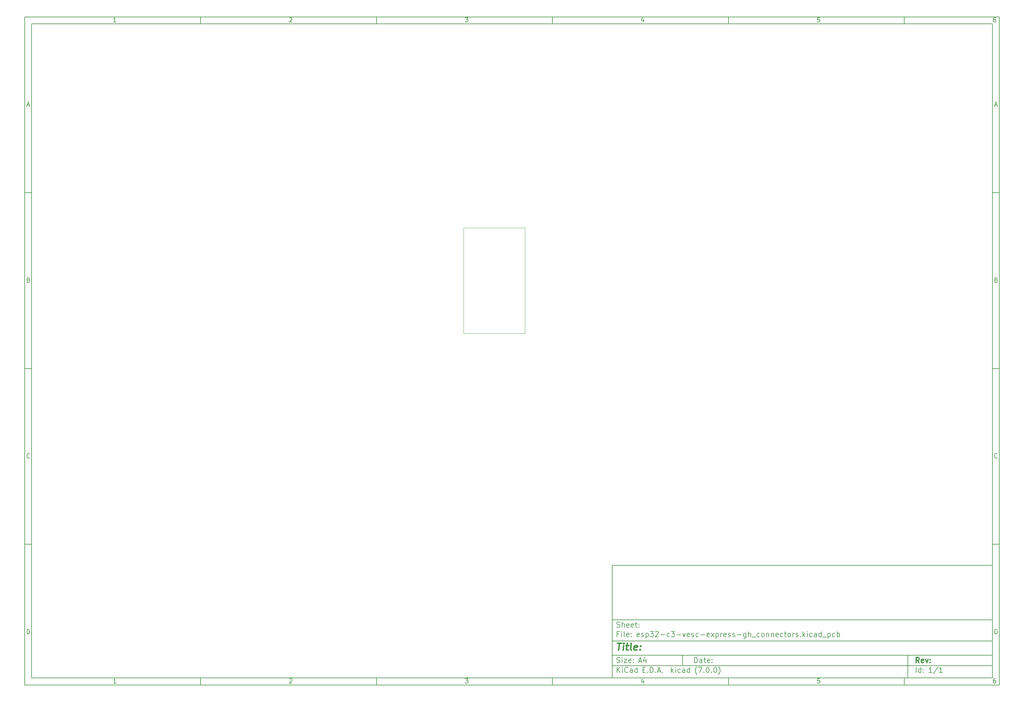
<source format=gbr>
%TF.GenerationSoftware,KiCad,Pcbnew,(7.0.0)*%
%TF.CreationDate,2023-02-27T05:24:14-06:00*%
%TF.ProjectId,esp32-c3-vesc-express-gh_connectors,65737033-322d-4633-932d-766573632d65,rev?*%
%TF.SameCoordinates,Original*%
%TF.FileFunction,Profile,NP*%
%FSLAX46Y46*%
G04 Gerber Fmt 4.6, Leading zero omitted, Abs format (unit mm)*
G04 Created by KiCad (PCBNEW (7.0.0)) date 2023-02-27 05:24:14*
%MOMM*%
%LPD*%
G01*
G04 APERTURE LIST*
%ADD10C,0.100000*%
%ADD11C,0.150000*%
%ADD12C,0.300000*%
%ADD13C,0.400000*%
%TA.AperFunction,Profile*%
%ADD14C,0.100000*%
%TD*%
G04 APERTURE END LIST*
D10*
D11*
X177002200Y-166007200D02*
X285002200Y-166007200D01*
X285002200Y-198007200D01*
X177002200Y-198007200D01*
X177002200Y-166007200D01*
D10*
D11*
X10000000Y-10000000D02*
X287002200Y-10000000D01*
X287002200Y-200007200D01*
X10000000Y-200007200D01*
X10000000Y-10000000D01*
D10*
D11*
X12000000Y-12000000D02*
X285002200Y-12000000D01*
X285002200Y-198007200D01*
X12000000Y-198007200D01*
X12000000Y-12000000D01*
D10*
D11*
X60000000Y-12000000D02*
X60000000Y-10000000D01*
D10*
D11*
X110000000Y-12000000D02*
X110000000Y-10000000D01*
D10*
D11*
X160000000Y-12000000D02*
X160000000Y-10000000D01*
D10*
D11*
X210000000Y-12000000D02*
X210000000Y-10000000D01*
D10*
D11*
X260000000Y-12000000D02*
X260000000Y-10000000D01*
D10*
D11*
X35990476Y-11477595D02*
X35247619Y-11477595D01*
X35619047Y-11477595D02*
X35619047Y-10177595D01*
X35619047Y-10177595D02*
X35495238Y-10363309D01*
X35495238Y-10363309D02*
X35371428Y-10487119D01*
X35371428Y-10487119D02*
X35247619Y-10549023D01*
D10*
D11*
X85247619Y-10301404D02*
X85309523Y-10239500D01*
X85309523Y-10239500D02*
X85433333Y-10177595D01*
X85433333Y-10177595D02*
X85742857Y-10177595D01*
X85742857Y-10177595D02*
X85866666Y-10239500D01*
X85866666Y-10239500D02*
X85928571Y-10301404D01*
X85928571Y-10301404D02*
X85990476Y-10425214D01*
X85990476Y-10425214D02*
X85990476Y-10549023D01*
X85990476Y-10549023D02*
X85928571Y-10734738D01*
X85928571Y-10734738D02*
X85185714Y-11477595D01*
X85185714Y-11477595D02*
X85990476Y-11477595D01*
D10*
D11*
X135185714Y-10177595D02*
X135990476Y-10177595D01*
X135990476Y-10177595D02*
X135557142Y-10672833D01*
X135557142Y-10672833D02*
X135742857Y-10672833D01*
X135742857Y-10672833D02*
X135866666Y-10734738D01*
X135866666Y-10734738D02*
X135928571Y-10796642D01*
X135928571Y-10796642D02*
X135990476Y-10920452D01*
X135990476Y-10920452D02*
X135990476Y-11229976D01*
X135990476Y-11229976D02*
X135928571Y-11353785D01*
X135928571Y-11353785D02*
X135866666Y-11415690D01*
X135866666Y-11415690D02*
X135742857Y-11477595D01*
X135742857Y-11477595D02*
X135371428Y-11477595D01*
X135371428Y-11477595D02*
X135247619Y-11415690D01*
X135247619Y-11415690D02*
X135185714Y-11353785D01*
D10*
D11*
X185866666Y-10610928D02*
X185866666Y-11477595D01*
X185557142Y-10115690D02*
X185247619Y-11044261D01*
X185247619Y-11044261D02*
X186052380Y-11044261D01*
D10*
D11*
X235928571Y-10177595D02*
X235309523Y-10177595D01*
X235309523Y-10177595D02*
X235247619Y-10796642D01*
X235247619Y-10796642D02*
X235309523Y-10734738D01*
X235309523Y-10734738D02*
X235433333Y-10672833D01*
X235433333Y-10672833D02*
X235742857Y-10672833D01*
X235742857Y-10672833D02*
X235866666Y-10734738D01*
X235866666Y-10734738D02*
X235928571Y-10796642D01*
X235928571Y-10796642D02*
X235990476Y-10920452D01*
X235990476Y-10920452D02*
X235990476Y-11229976D01*
X235990476Y-11229976D02*
X235928571Y-11353785D01*
X235928571Y-11353785D02*
X235866666Y-11415690D01*
X235866666Y-11415690D02*
X235742857Y-11477595D01*
X235742857Y-11477595D02*
X235433333Y-11477595D01*
X235433333Y-11477595D02*
X235309523Y-11415690D01*
X235309523Y-11415690D02*
X235247619Y-11353785D01*
D10*
D11*
X285866666Y-10177595D02*
X285619047Y-10177595D01*
X285619047Y-10177595D02*
X285495238Y-10239500D01*
X285495238Y-10239500D02*
X285433333Y-10301404D01*
X285433333Y-10301404D02*
X285309523Y-10487119D01*
X285309523Y-10487119D02*
X285247619Y-10734738D01*
X285247619Y-10734738D02*
X285247619Y-11229976D01*
X285247619Y-11229976D02*
X285309523Y-11353785D01*
X285309523Y-11353785D02*
X285371428Y-11415690D01*
X285371428Y-11415690D02*
X285495238Y-11477595D01*
X285495238Y-11477595D02*
X285742857Y-11477595D01*
X285742857Y-11477595D02*
X285866666Y-11415690D01*
X285866666Y-11415690D02*
X285928571Y-11353785D01*
X285928571Y-11353785D02*
X285990476Y-11229976D01*
X285990476Y-11229976D02*
X285990476Y-10920452D01*
X285990476Y-10920452D02*
X285928571Y-10796642D01*
X285928571Y-10796642D02*
X285866666Y-10734738D01*
X285866666Y-10734738D02*
X285742857Y-10672833D01*
X285742857Y-10672833D02*
X285495238Y-10672833D01*
X285495238Y-10672833D02*
X285371428Y-10734738D01*
X285371428Y-10734738D02*
X285309523Y-10796642D01*
X285309523Y-10796642D02*
X285247619Y-10920452D01*
D10*
D11*
X60000000Y-198007200D02*
X60000000Y-200007200D01*
D10*
D11*
X110000000Y-198007200D02*
X110000000Y-200007200D01*
D10*
D11*
X160000000Y-198007200D02*
X160000000Y-200007200D01*
D10*
D11*
X210000000Y-198007200D02*
X210000000Y-200007200D01*
D10*
D11*
X260000000Y-198007200D02*
X260000000Y-200007200D01*
D10*
D11*
X35990476Y-199484795D02*
X35247619Y-199484795D01*
X35619047Y-199484795D02*
X35619047Y-198184795D01*
X35619047Y-198184795D02*
X35495238Y-198370509D01*
X35495238Y-198370509D02*
X35371428Y-198494319D01*
X35371428Y-198494319D02*
X35247619Y-198556223D01*
D10*
D11*
X85247619Y-198308604D02*
X85309523Y-198246700D01*
X85309523Y-198246700D02*
X85433333Y-198184795D01*
X85433333Y-198184795D02*
X85742857Y-198184795D01*
X85742857Y-198184795D02*
X85866666Y-198246700D01*
X85866666Y-198246700D02*
X85928571Y-198308604D01*
X85928571Y-198308604D02*
X85990476Y-198432414D01*
X85990476Y-198432414D02*
X85990476Y-198556223D01*
X85990476Y-198556223D02*
X85928571Y-198741938D01*
X85928571Y-198741938D02*
X85185714Y-199484795D01*
X85185714Y-199484795D02*
X85990476Y-199484795D01*
D10*
D11*
X135185714Y-198184795D02*
X135990476Y-198184795D01*
X135990476Y-198184795D02*
X135557142Y-198680033D01*
X135557142Y-198680033D02*
X135742857Y-198680033D01*
X135742857Y-198680033D02*
X135866666Y-198741938D01*
X135866666Y-198741938D02*
X135928571Y-198803842D01*
X135928571Y-198803842D02*
X135990476Y-198927652D01*
X135990476Y-198927652D02*
X135990476Y-199237176D01*
X135990476Y-199237176D02*
X135928571Y-199360985D01*
X135928571Y-199360985D02*
X135866666Y-199422890D01*
X135866666Y-199422890D02*
X135742857Y-199484795D01*
X135742857Y-199484795D02*
X135371428Y-199484795D01*
X135371428Y-199484795D02*
X135247619Y-199422890D01*
X135247619Y-199422890D02*
X135185714Y-199360985D01*
D10*
D11*
X185866666Y-198618128D02*
X185866666Y-199484795D01*
X185557142Y-198122890D02*
X185247619Y-199051461D01*
X185247619Y-199051461D02*
X186052380Y-199051461D01*
D10*
D11*
X235928571Y-198184795D02*
X235309523Y-198184795D01*
X235309523Y-198184795D02*
X235247619Y-198803842D01*
X235247619Y-198803842D02*
X235309523Y-198741938D01*
X235309523Y-198741938D02*
X235433333Y-198680033D01*
X235433333Y-198680033D02*
X235742857Y-198680033D01*
X235742857Y-198680033D02*
X235866666Y-198741938D01*
X235866666Y-198741938D02*
X235928571Y-198803842D01*
X235928571Y-198803842D02*
X235990476Y-198927652D01*
X235990476Y-198927652D02*
X235990476Y-199237176D01*
X235990476Y-199237176D02*
X235928571Y-199360985D01*
X235928571Y-199360985D02*
X235866666Y-199422890D01*
X235866666Y-199422890D02*
X235742857Y-199484795D01*
X235742857Y-199484795D02*
X235433333Y-199484795D01*
X235433333Y-199484795D02*
X235309523Y-199422890D01*
X235309523Y-199422890D02*
X235247619Y-199360985D01*
D10*
D11*
X285866666Y-198184795D02*
X285619047Y-198184795D01*
X285619047Y-198184795D02*
X285495238Y-198246700D01*
X285495238Y-198246700D02*
X285433333Y-198308604D01*
X285433333Y-198308604D02*
X285309523Y-198494319D01*
X285309523Y-198494319D02*
X285247619Y-198741938D01*
X285247619Y-198741938D02*
X285247619Y-199237176D01*
X285247619Y-199237176D02*
X285309523Y-199360985D01*
X285309523Y-199360985D02*
X285371428Y-199422890D01*
X285371428Y-199422890D02*
X285495238Y-199484795D01*
X285495238Y-199484795D02*
X285742857Y-199484795D01*
X285742857Y-199484795D02*
X285866666Y-199422890D01*
X285866666Y-199422890D02*
X285928571Y-199360985D01*
X285928571Y-199360985D02*
X285990476Y-199237176D01*
X285990476Y-199237176D02*
X285990476Y-198927652D01*
X285990476Y-198927652D02*
X285928571Y-198803842D01*
X285928571Y-198803842D02*
X285866666Y-198741938D01*
X285866666Y-198741938D02*
X285742857Y-198680033D01*
X285742857Y-198680033D02*
X285495238Y-198680033D01*
X285495238Y-198680033D02*
X285371428Y-198741938D01*
X285371428Y-198741938D02*
X285309523Y-198803842D01*
X285309523Y-198803842D02*
X285247619Y-198927652D01*
D10*
D11*
X10000000Y-60000000D02*
X12000000Y-60000000D01*
D10*
D11*
X10000000Y-110000000D02*
X12000000Y-110000000D01*
D10*
D11*
X10000000Y-160000000D02*
X12000000Y-160000000D01*
D10*
D11*
X10690476Y-35106166D02*
X11309523Y-35106166D01*
X10566666Y-35477595D02*
X10999999Y-34177595D01*
X10999999Y-34177595D02*
X11433333Y-35477595D01*
D10*
D11*
X11092857Y-84796642D02*
X11278571Y-84858547D01*
X11278571Y-84858547D02*
X11340476Y-84920452D01*
X11340476Y-84920452D02*
X11402380Y-85044261D01*
X11402380Y-85044261D02*
X11402380Y-85229976D01*
X11402380Y-85229976D02*
X11340476Y-85353785D01*
X11340476Y-85353785D02*
X11278571Y-85415690D01*
X11278571Y-85415690D02*
X11154761Y-85477595D01*
X11154761Y-85477595D02*
X10659523Y-85477595D01*
X10659523Y-85477595D02*
X10659523Y-84177595D01*
X10659523Y-84177595D02*
X11092857Y-84177595D01*
X11092857Y-84177595D02*
X11216666Y-84239500D01*
X11216666Y-84239500D02*
X11278571Y-84301404D01*
X11278571Y-84301404D02*
X11340476Y-84425214D01*
X11340476Y-84425214D02*
X11340476Y-84549023D01*
X11340476Y-84549023D02*
X11278571Y-84672833D01*
X11278571Y-84672833D02*
X11216666Y-84734738D01*
X11216666Y-84734738D02*
X11092857Y-84796642D01*
X11092857Y-84796642D02*
X10659523Y-84796642D01*
D10*
D11*
X11402380Y-135353785D02*
X11340476Y-135415690D01*
X11340476Y-135415690D02*
X11154761Y-135477595D01*
X11154761Y-135477595D02*
X11030952Y-135477595D01*
X11030952Y-135477595D02*
X10845238Y-135415690D01*
X10845238Y-135415690D02*
X10721428Y-135291880D01*
X10721428Y-135291880D02*
X10659523Y-135168071D01*
X10659523Y-135168071D02*
X10597619Y-134920452D01*
X10597619Y-134920452D02*
X10597619Y-134734738D01*
X10597619Y-134734738D02*
X10659523Y-134487119D01*
X10659523Y-134487119D02*
X10721428Y-134363309D01*
X10721428Y-134363309D02*
X10845238Y-134239500D01*
X10845238Y-134239500D02*
X11030952Y-134177595D01*
X11030952Y-134177595D02*
X11154761Y-134177595D01*
X11154761Y-134177595D02*
X11340476Y-134239500D01*
X11340476Y-134239500D02*
X11402380Y-134301404D01*
D10*
D11*
X10659523Y-185477595D02*
X10659523Y-184177595D01*
X10659523Y-184177595D02*
X10969047Y-184177595D01*
X10969047Y-184177595D02*
X11154761Y-184239500D01*
X11154761Y-184239500D02*
X11278571Y-184363309D01*
X11278571Y-184363309D02*
X11340476Y-184487119D01*
X11340476Y-184487119D02*
X11402380Y-184734738D01*
X11402380Y-184734738D02*
X11402380Y-184920452D01*
X11402380Y-184920452D02*
X11340476Y-185168071D01*
X11340476Y-185168071D02*
X11278571Y-185291880D01*
X11278571Y-185291880D02*
X11154761Y-185415690D01*
X11154761Y-185415690D02*
X10969047Y-185477595D01*
X10969047Y-185477595D02*
X10659523Y-185477595D01*
D10*
D11*
X287002200Y-60000000D02*
X285002200Y-60000000D01*
D10*
D11*
X287002200Y-110000000D02*
X285002200Y-110000000D01*
D10*
D11*
X287002200Y-160000000D02*
X285002200Y-160000000D01*
D10*
D11*
X285692676Y-35106166D02*
X286311723Y-35106166D01*
X285568866Y-35477595D02*
X286002199Y-34177595D01*
X286002199Y-34177595D02*
X286435533Y-35477595D01*
D10*
D11*
X286095057Y-84796642D02*
X286280771Y-84858547D01*
X286280771Y-84858547D02*
X286342676Y-84920452D01*
X286342676Y-84920452D02*
X286404580Y-85044261D01*
X286404580Y-85044261D02*
X286404580Y-85229976D01*
X286404580Y-85229976D02*
X286342676Y-85353785D01*
X286342676Y-85353785D02*
X286280771Y-85415690D01*
X286280771Y-85415690D02*
X286156961Y-85477595D01*
X286156961Y-85477595D02*
X285661723Y-85477595D01*
X285661723Y-85477595D02*
X285661723Y-84177595D01*
X285661723Y-84177595D02*
X286095057Y-84177595D01*
X286095057Y-84177595D02*
X286218866Y-84239500D01*
X286218866Y-84239500D02*
X286280771Y-84301404D01*
X286280771Y-84301404D02*
X286342676Y-84425214D01*
X286342676Y-84425214D02*
X286342676Y-84549023D01*
X286342676Y-84549023D02*
X286280771Y-84672833D01*
X286280771Y-84672833D02*
X286218866Y-84734738D01*
X286218866Y-84734738D02*
X286095057Y-84796642D01*
X286095057Y-84796642D02*
X285661723Y-84796642D01*
D10*
D11*
X286404580Y-135353785D02*
X286342676Y-135415690D01*
X286342676Y-135415690D02*
X286156961Y-135477595D01*
X286156961Y-135477595D02*
X286033152Y-135477595D01*
X286033152Y-135477595D02*
X285847438Y-135415690D01*
X285847438Y-135415690D02*
X285723628Y-135291880D01*
X285723628Y-135291880D02*
X285661723Y-135168071D01*
X285661723Y-135168071D02*
X285599819Y-134920452D01*
X285599819Y-134920452D02*
X285599819Y-134734738D01*
X285599819Y-134734738D02*
X285661723Y-134487119D01*
X285661723Y-134487119D02*
X285723628Y-134363309D01*
X285723628Y-134363309D02*
X285847438Y-134239500D01*
X285847438Y-134239500D02*
X286033152Y-134177595D01*
X286033152Y-134177595D02*
X286156961Y-134177595D01*
X286156961Y-134177595D02*
X286342676Y-134239500D01*
X286342676Y-134239500D02*
X286404580Y-134301404D01*
D10*
D11*
X285661723Y-185477595D02*
X285661723Y-184177595D01*
X285661723Y-184177595D02*
X285971247Y-184177595D01*
X285971247Y-184177595D02*
X286156961Y-184239500D01*
X286156961Y-184239500D02*
X286280771Y-184363309D01*
X286280771Y-184363309D02*
X286342676Y-184487119D01*
X286342676Y-184487119D02*
X286404580Y-184734738D01*
X286404580Y-184734738D02*
X286404580Y-184920452D01*
X286404580Y-184920452D02*
X286342676Y-185168071D01*
X286342676Y-185168071D02*
X286280771Y-185291880D01*
X286280771Y-185291880D02*
X286156961Y-185415690D01*
X286156961Y-185415690D02*
X285971247Y-185477595D01*
X285971247Y-185477595D02*
X285661723Y-185477595D01*
D10*
D11*
X200359342Y-193658271D02*
X200359342Y-192158271D01*
X200359342Y-192158271D02*
X200716485Y-192158271D01*
X200716485Y-192158271D02*
X200930771Y-192229700D01*
X200930771Y-192229700D02*
X201073628Y-192372557D01*
X201073628Y-192372557D02*
X201145057Y-192515414D01*
X201145057Y-192515414D02*
X201216485Y-192801128D01*
X201216485Y-192801128D02*
X201216485Y-193015414D01*
X201216485Y-193015414D02*
X201145057Y-193301128D01*
X201145057Y-193301128D02*
X201073628Y-193443985D01*
X201073628Y-193443985D02*
X200930771Y-193586842D01*
X200930771Y-193586842D02*
X200716485Y-193658271D01*
X200716485Y-193658271D02*
X200359342Y-193658271D01*
X202502200Y-193658271D02*
X202502200Y-192872557D01*
X202502200Y-192872557D02*
X202430771Y-192729700D01*
X202430771Y-192729700D02*
X202287914Y-192658271D01*
X202287914Y-192658271D02*
X202002200Y-192658271D01*
X202002200Y-192658271D02*
X201859342Y-192729700D01*
X202502200Y-193586842D02*
X202359342Y-193658271D01*
X202359342Y-193658271D02*
X202002200Y-193658271D01*
X202002200Y-193658271D02*
X201859342Y-193586842D01*
X201859342Y-193586842D02*
X201787914Y-193443985D01*
X201787914Y-193443985D02*
X201787914Y-193301128D01*
X201787914Y-193301128D02*
X201859342Y-193158271D01*
X201859342Y-193158271D02*
X202002200Y-193086842D01*
X202002200Y-193086842D02*
X202359342Y-193086842D01*
X202359342Y-193086842D02*
X202502200Y-193015414D01*
X203002200Y-192658271D02*
X203573628Y-192658271D01*
X203216485Y-192158271D02*
X203216485Y-193443985D01*
X203216485Y-193443985D02*
X203287914Y-193586842D01*
X203287914Y-193586842D02*
X203430771Y-193658271D01*
X203430771Y-193658271D02*
X203573628Y-193658271D01*
X204645057Y-193586842D02*
X204502200Y-193658271D01*
X204502200Y-193658271D02*
X204216486Y-193658271D01*
X204216486Y-193658271D02*
X204073628Y-193586842D01*
X204073628Y-193586842D02*
X204002200Y-193443985D01*
X204002200Y-193443985D02*
X204002200Y-192872557D01*
X204002200Y-192872557D02*
X204073628Y-192729700D01*
X204073628Y-192729700D02*
X204216486Y-192658271D01*
X204216486Y-192658271D02*
X204502200Y-192658271D01*
X204502200Y-192658271D02*
X204645057Y-192729700D01*
X204645057Y-192729700D02*
X204716486Y-192872557D01*
X204716486Y-192872557D02*
X204716486Y-193015414D01*
X204716486Y-193015414D02*
X204002200Y-193158271D01*
X205359342Y-193515414D02*
X205430771Y-193586842D01*
X205430771Y-193586842D02*
X205359342Y-193658271D01*
X205359342Y-193658271D02*
X205287914Y-193586842D01*
X205287914Y-193586842D02*
X205359342Y-193515414D01*
X205359342Y-193515414D02*
X205359342Y-193658271D01*
X205359342Y-192729700D02*
X205430771Y-192801128D01*
X205430771Y-192801128D02*
X205359342Y-192872557D01*
X205359342Y-192872557D02*
X205287914Y-192801128D01*
X205287914Y-192801128D02*
X205359342Y-192729700D01*
X205359342Y-192729700D02*
X205359342Y-192872557D01*
D10*
D11*
X177002200Y-194507200D02*
X285002200Y-194507200D01*
D10*
D11*
X178359342Y-196458271D02*
X178359342Y-194958271D01*
X179216485Y-196458271D02*
X178573628Y-195601128D01*
X179216485Y-194958271D02*
X178359342Y-195815414D01*
X179859342Y-196458271D02*
X179859342Y-195458271D01*
X179859342Y-194958271D02*
X179787914Y-195029700D01*
X179787914Y-195029700D02*
X179859342Y-195101128D01*
X179859342Y-195101128D02*
X179930771Y-195029700D01*
X179930771Y-195029700D02*
X179859342Y-194958271D01*
X179859342Y-194958271D02*
X179859342Y-195101128D01*
X181430771Y-196315414D02*
X181359343Y-196386842D01*
X181359343Y-196386842D02*
X181145057Y-196458271D01*
X181145057Y-196458271D02*
X181002200Y-196458271D01*
X181002200Y-196458271D02*
X180787914Y-196386842D01*
X180787914Y-196386842D02*
X180645057Y-196243985D01*
X180645057Y-196243985D02*
X180573628Y-196101128D01*
X180573628Y-196101128D02*
X180502200Y-195815414D01*
X180502200Y-195815414D02*
X180502200Y-195601128D01*
X180502200Y-195601128D02*
X180573628Y-195315414D01*
X180573628Y-195315414D02*
X180645057Y-195172557D01*
X180645057Y-195172557D02*
X180787914Y-195029700D01*
X180787914Y-195029700D02*
X181002200Y-194958271D01*
X181002200Y-194958271D02*
X181145057Y-194958271D01*
X181145057Y-194958271D02*
X181359343Y-195029700D01*
X181359343Y-195029700D02*
X181430771Y-195101128D01*
X182716486Y-196458271D02*
X182716486Y-195672557D01*
X182716486Y-195672557D02*
X182645057Y-195529700D01*
X182645057Y-195529700D02*
X182502200Y-195458271D01*
X182502200Y-195458271D02*
X182216486Y-195458271D01*
X182216486Y-195458271D02*
X182073628Y-195529700D01*
X182716486Y-196386842D02*
X182573628Y-196458271D01*
X182573628Y-196458271D02*
X182216486Y-196458271D01*
X182216486Y-196458271D02*
X182073628Y-196386842D01*
X182073628Y-196386842D02*
X182002200Y-196243985D01*
X182002200Y-196243985D02*
X182002200Y-196101128D01*
X182002200Y-196101128D02*
X182073628Y-195958271D01*
X182073628Y-195958271D02*
X182216486Y-195886842D01*
X182216486Y-195886842D02*
X182573628Y-195886842D01*
X182573628Y-195886842D02*
X182716486Y-195815414D01*
X184073629Y-196458271D02*
X184073629Y-194958271D01*
X184073629Y-196386842D02*
X183930771Y-196458271D01*
X183930771Y-196458271D02*
X183645057Y-196458271D01*
X183645057Y-196458271D02*
X183502200Y-196386842D01*
X183502200Y-196386842D02*
X183430771Y-196315414D01*
X183430771Y-196315414D02*
X183359343Y-196172557D01*
X183359343Y-196172557D02*
X183359343Y-195743985D01*
X183359343Y-195743985D02*
X183430771Y-195601128D01*
X183430771Y-195601128D02*
X183502200Y-195529700D01*
X183502200Y-195529700D02*
X183645057Y-195458271D01*
X183645057Y-195458271D02*
X183930771Y-195458271D01*
X183930771Y-195458271D02*
X184073629Y-195529700D01*
X185687914Y-195672557D02*
X186187914Y-195672557D01*
X186402200Y-196458271D02*
X185687914Y-196458271D01*
X185687914Y-196458271D02*
X185687914Y-194958271D01*
X185687914Y-194958271D02*
X186402200Y-194958271D01*
X187045057Y-196315414D02*
X187116486Y-196386842D01*
X187116486Y-196386842D02*
X187045057Y-196458271D01*
X187045057Y-196458271D02*
X186973629Y-196386842D01*
X186973629Y-196386842D02*
X187045057Y-196315414D01*
X187045057Y-196315414D02*
X187045057Y-196458271D01*
X187759343Y-196458271D02*
X187759343Y-194958271D01*
X187759343Y-194958271D02*
X188116486Y-194958271D01*
X188116486Y-194958271D02*
X188330772Y-195029700D01*
X188330772Y-195029700D02*
X188473629Y-195172557D01*
X188473629Y-195172557D02*
X188545058Y-195315414D01*
X188545058Y-195315414D02*
X188616486Y-195601128D01*
X188616486Y-195601128D02*
X188616486Y-195815414D01*
X188616486Y-195815414D02*
X188545058Y-196101128D01*
X188545058Y-196101128D02*
X188473629Y-196243985D01*
X188473629Y-196243985D02*
X188330772Y-196386842D01*
X188330772Y-196386842D02*
X188116486Y-196458271D01*
X188116486Y-196458271D02*
X187759343Y-196458271D01*
X189259343Y-196315414D02*
X189330772Y-196386842D01*
X189330772Y-196386842D02*
X189259343Y-196458271D01*
X189259343Y-196458271D02*
X189187915Y-196386842D01*
X189187915Y-196386842D02*
X189259343Y-196315414D01*
X189259343Y-196315414D02*
X189259343Y-196458271D01*
X189902201Y-196029700D02*
X190616487Y-196029700D01*
X189759344Y-196458271D02*
X190259344Y-194958271D01*
X190259344Y-194958271D02*
X190759344Y-196458271D01*
X191259343Y-196315414D02*
X191330772Y-196386842D01*
X191330772Y-196386842D02*
X191259343Y-196458271D01*
X191259343Y-196458271D02*
X191187915Y-196386842D01*
X191187915Y-196386842D02*
X191259343Y-196315414D01*
X191259343Y-196315414D02*
X191259343Y-196458271D01*
X193773629Y-196458271D02*
X193773629Y-194958271D01*
X193916487Y-195886842D02*
X194345058Y-196458271D01*
X194345058Y-195458271D02*
X193773629Y-196029700D01*
X194987915Y-196458271D02*
X194987915Y-195458271D01*
X194987915Y-194958271D02*
X194916487Y-195029700D01*
X194916487Y-195029700D02*
X194987915Y-195101128D01*
X194987915Y-195101128D02*
X195059344Y-195029700D01*
X195059344Y-195029700D02*
X194987915Y-194958271D01*
X194987915Y-194958271D02*
X194987915Y-195101128D01*
X196345059Y-196386842D02*
X196202201Y-196458271D01*
X196202201Y-196458271D02*
X195916487Y-196458271D01*
X195916487Y-196458271D02*
X195773630Y-196386842D01*
X195773630Y-196386842D02*
X195702201Y-196315414D01*
X195702201Y-196315414D02*
X195630773Y-196172557D01*
X195630773Y-196172557D02*
X195630773Y-195743985D01*
X195630773Y-195743985D02*
X195702201Y-195601128D01*
X195702201Y-195601128D02*
X195773630Y-195529700D01*
X195773630Y-195529700D02*
X195916487Y-195458271D01*
X195916487Y-195458271D02*
X196202201Y-195458271D01*
X196202201Y-195458271D02*
X196345059Y-195529700D01*
X197630773Y-196458271D02*
X197630773Y-195672557D01*
X197630773Y-195672557D02*
X197559344Y-195529700D01*
X197559344Y-195529700D02*
X197416487Y-195458271D01*
X197416487Y-195458271D02*
X197130773Y-195458271D01*
X197130773Y-195458271D02*
X196987915Y-195529700D01*
X197630773Y-196386842D02*
X197487915Y-196458271D01*
X197487915Y-196458271D02*
X197130773Y-196458271D01*
X197130773Y-196458271D02*
X196987915Y-196386842D01*
X196987915Y-196386842D02*
X196916487Y-196243985D01*
X196916487Y-196243985D02*
X196916487Y-196101128D01*
X196916487Y-196101128D02*
X196987915Y-195958271D01*
X196987915Y-195958271D02*
X197130773Y-195886842D01*
X197130773Y-195886842D02*
X197487915Y-195886842D01*
X197487915Y-195886842D02*
X197630773Y-195815414D01*
X198987916Y-196458271D02*
X198987916Y-194958271D01*
X198987916Y-196386842D02*
X198845058Y-196458271D01*
X198845058Y-196458271D02*
X198559344Y-196458271D01*
X198559344Y-196458271D02*
X198416487Y-196386842D01*
X198416487Y-196386842D02*
X198345058Y-196315414D01*
X198345058Y-196315414D02*
X198273630Y-196172557D01*
X198273630Y-196172557D02*
X198273630Y-195743985D01*
X198273630Y-195743985D02*
X198345058Y-195601128D01*
X198345058Y-195601128D02*
X198416487Y-195529700D01*
X198416487Y-195529700D02*
X198559344Y-195458271D01*
X198559344Y-195458271D02*
X198845058Y-195458271D01*
X198845058Y-195458271D02*
X198987916Y-195529700D01*
X201030773Y-197029700D02*
X200959344Y-196958271D01*
X200959344Y-196958271D02*
X200816487Y-196743985D01*
X200816487Y-196743985D02*
X200745059Y-196601128D01*
X200745059Y-196601128D02*
X200673630Y-196386842D01*
X200673630Y-196386842D02*
X200602201Y-196029700D01*
X200602201Y-196029700D02*
X200602201Y-195743985D01*
X200602201Y-195743985D02*
X200673630Y-195386842D01*
X200673630Y-195386842D02*
X200745059Y-195172557D01*
X200745059Y-195172557D02*
X200816487Y-195029700D01*
X200816487Y-195029700D02*
X200959344Y-194815414D01*
X200959344Y-194815414D02*
X201030773Y-194743985D01*
X201459344Y-194958271D02*
X202459344Y-194958271D01*
X202459344Y-194958271D02*
X201816487Y-196458271D01*
X203030772Y-196315414D02*
X203102201Y-196386842D01*
X203102201Y-196386842D02*
X203030772Y-196458271D01*
X203030772Y-196458271D02*
X202959344Y-196386842D01*
X202959344Y-196386842D02*
X203030772Y-196315414D01*
X203030772Y-196315414D02*
X203030772Y-196458271D01*
X204030773Y-194958271D02*
X204173630Y-194958271D01*
X204173630Y-194958271D02*
X204316487Y-195029700D01*
X204316487Y-195029700D02*
X204387916Y-195101128D01*
X204387916Y-195101128D02*
X204459344Y-195243985D01*
X204459344Y-195243985D02*
X204530773Y-195529700D01*
X204530773Y-195529700D02*
X204530773Y-195886842D01*
X204530773Y-195886842D02*
X204459344Y-196172557D01*
X204459344Y-196172557D02*
X204387916Y-196315414D01*
X204387916Y-196315414D02*
X204316487Y-196386842D01*
X204316487Y-196386842D02*
X204173630Y-196458271D01*
X204173630Y-196458271D02*
X204030773Y-196458271D01*
X204030773Y-196458271D02*
X203887916Y-196386842D01*
X203887916Y-196386842D02*
X203816487Y-196315414D01*
X203816487Y-196315414D02*
X203745058Y-196172557D01*
X203745058Y-196172557D02*
X203673630Y-195886842D01*
X203673630Y-195886842D02*
X203673630Y-195529700D01*
X203673630Y-195529700D02*
X203745058Y-195243985D01*
X203745058Y-195243985D02*
X203816487Y-195101128D01*
X203816487Y-195101128D02*
X203887916Y-195029700D01*
X203887916Y-195029700D02*
X204030773Y-194958271D01*
X205173629Y-196315414D02*
X205245058Y-196386842D01*
X205245058Y-196386842D02*
X205173629Y-196458271D01*
X205173629Y-196458271D02*
X205102201Y-196386842D01*
X205102201Y-196386842D02*
X205173629Y-196315414D01*
X205173629Y-196315414D02*
X205173629Y-196458271D01*
X206173630Y-194958271D02*
X206316487Y-194958271D01*
X206316487Y-194958271D02*
X206459344Y-195029700D01*
X206459344Y-195029700D02*
X206530773Y-195101128D01*
X206530773Y-195101128D02*
X206602201Y-195243985D01*
X206602201Y-195243985D02*
X206673630Y-195529700D01*
X206673630Y-195529700D02*
X206673630Y-195886842D01*
X206673630Y-195886842D02*
X206602201Y-196172557D01*
X206602201Y-196172557D02*
X206530773Y-196315414D01*
X206530773Y-196315414D02*
X206459344Y-196386842D01*
X206459344Y-196386842D02*
X206316487Y-196458271D01*
X206316487Y-196458271D02*
X206173630Y-196458271D01*
X206173630Y-196458271D02*
X206030773Y-196386842D01*
X206030773Y-196386842D02*
X205959344Y-196315414D01*
X205959344Y-196315414D02*
X205887915Y-196172557D01*
X205887915Y-196172557D02*
X205816487Y-195886842D01*
X205816487Y-195886842D02*
X205816487Y-195529700D01*
X205816487Y-195529700D02*
X205887915Y-195243985D01*
X205887915Y-195243985D02*
X205959344Y-195101128D01*
X205959344Y-195101128D02*
X206030773Y-195029700D01*
X206030773Y-195029700D02*
X206173630Y-194958271D01*
X207173629Y-197029700D02*
X207245058Y-196958271D01*
X207245058Y-196958271D02*
X207387915Y-196743985D01*
X207387915Y-196743985D02*
X207459344Y-196601128D01*
X207459344Y-196601128D02*
X207530772Y-196386842D01*
X207530772Y-196386842D02*
X207602201Y-196029700D01*
X207602201Y-196029700D02*
X207602201Y-195743985D01*
X207602201Y-195743985D02*
X207530772Y-195386842D01*
X207530772Y-195386842D02*
X207459344Y-195172557D01*
X207459344Y-195172557D02*
X207387915Y-195029700D01*
X207387915Y-195029700D02*
X207245058Y-194815414D01*
X207245058Y-194815414D02*
X207173629Y-194743985D01*
D10*
D11*
X177002200Y-191507200D02*
X285002200Y-191507200D01*
D10*
D12*
X264216485Y-193658271D02*
X263716485Y-192943985D01*
X263359342Y-193658271D02*
X263359342Y-192158271D01*
X263359342Y-192158271D02*
X263930771Y-192158271D01*
X263930771Y-192158271D02*
X264073628Y-192229700D01*
X264073628Y-192229700D02*
X264145057Y-192301128D01*
X264145057Y-192301128D02*
X264216485Y-192443985D01*
X264216485Y-192443985D02*
X264216485Y-192658271D01*
X264216485Y-192658271D02*
X264145057Y-192801128D01*
X264145057Y-192801128D02*
X264073628Y-192872557D01*
X264073628Y-192872557D02*
X263930771Y-192943985D01*
X263930771Y-192943985D02*
X263359342Y-192943985D01*
X265430771Y-193586842D02*
X265287914Y-193658271D01*
X265287914Y-193658271D02*
X265002200Y-193658271D01*
X265002200Y-193658271D02*
X264859342Y-193586842D01*
X264859342Y-193586842D02*
X264787914Y-193443985D01*
X264787914Y-193443985D02*
X264787914Y-192872557D01*
X264787914Y-192872557D02*
X264859342Y-192729700D01*
X264859342Y-192729700D02*
X265002200Y-192658271D01*
X265002200Y-192658271D02*
X265287914Y-192658271D01*
X265287914Y-192658271D02*
X265430771Y-192729700D01*
X265430771Y-192729700D02*
X265502200Y-192872557D01*
X265502200Y-192872557D02*
X265502200Y-193015414D01*
X265502200Y-193015414D02*
X264787914Y-193158271D01*
X266002199Y-192658271D02*
X266359342Y-193658271D01*
X266359342Y-193658271D02*
X266716485Y-192658271D01*
X267287913Y-193515414D02*
X267359342Y-193586842D01*
X267359342Y-193586842D02*
X267287913Y-193658271D01*
X267287913Y-193658271D02*
X267216485Y-193586842D01*
X267216485Y-193586842D02*
X267287913Y-193515414D01*
X267287913Y-193515414D02*
X267287913Y-193658271D01*
X267287913Y-192729700D02*
X267359342Y-192801128D01*
X267359342Y-192801128D02*
X267287913Y-192872557D01*
X267287913Y-192872557D02*
X267216485Y-192801128D01*
X267216485Y-192801128D02*
X267287913Y-192729700D01*
X267287913Y-192729700D02*
X267287913Y-192872557D01*
D10*
D11*
X178287914Y-193586842D02*
X178502200Y-193658271D01*
X178502200Y-193658271D02*
X178859342Y-193658271D01*
X178859342Y-193658271D02*
X179002200Y-193586842D01*
X179002200Y-193586842D02*
X179073628Y-193515414D01*
X179073628Y-193515414D02*
X179145057Y-193372557D01*
X179145057Y-193372557D02*
X179145057Y-193229700D01*
X179145057Y-193229700D02*
X179073628Y-193086842D01*
X179073628Y-193086842D02*
X179002200Y-193015414D01*
X179002200Y-193015414D02*
X178859342Y-192943985D01*
X178859342Y-192943985D02*
X178573628Y-192872557D01*
X178573628Y-192872557D02*
X178430771Y-192801128D01*
X178430771Y-192801128D02*
X178359342Y-192729700D01*
X178359342Y-192729700D02*
X178287914Y-192586842D01*
X178287914Y-192586842D02*
X178287914Y-192443985D01*
X178287914Y-192443985D02*
X178359342Y-192301128D01*
X178359342Y-192301128D02*
X178430771Y-192229700D01*
X178430771Y-192229700D02*
X178573628Y-192158271D01*
X178573628Y-192158271D02*
X178930771Y-192158271D01*
X178930771Y-192158271D02*
X179145057Y-192229700D01*
X179787913Y-193658271D02*
X179787913Y-192658271D01*
X179787913Y-192158271D02*
X179716485Y-192229700D01*
X179716485Y-192229700D02*
X179787913Y-192301128D01*
X179787913Y-192301128D02*
X179859342Y-192229700D01*
X179859342Y-192229700D02*
X179787913Y-192158271D01*
X179787913Y-192158271D02*
X179787913Y-192301128D01*
X180359342Y-192658271D02*
X181145057Y-192658271D01*
X181145057Y-192658271D02*
X180359342Y-193658271D01*
X180359342Y-193658271D02*
X181145057Y-193658271D01*
X182287914Y-193586842D02*
X182145057Y-193658271D01*
X182145057Y-193658271D02*
X181859343Y-193658271D01*
X181859343Y-193658271D02*
X181716485Y-193586842D01*
X181716485Y-193586842D02*
X181645057Y-193443985D01*
X181645057Y-193443985D02*
X181645057Y-192872557D01*
X181645057Y-192872557D02*
X181716485Y-192729700D01*
X181716485Y-192729700D02*
X181859343Y-192658271D01*
X181859343Y-192658271D02*
X182145057Y-192658271D01*
X182145057Y-192658271D02*
X182287914Y-192729700D01*
X182287914Y-192729700D02*
X182359343Y-192872557D01*
X182359343Y-192872557D02*
X182359343Y-193015414D01*
X182359343Y-193015414D02*
X181645057Y-193158271D01*
X183002199Y-193515414D02*
X183073628Y-193586842D01*
X183073628Y-193586842D02*
X183002199Y-193658271D01*
X183002199Y-193658271D02*
X182930771Y-193586842D01*
X182930771Y-193586842D02*
X183002199Y-193515414D01*
X183002199Y-193515414D02*
X183002199Y-193658271D01*
X183002199Y-192729700D02*
X183073628Y-192801128D01*
X183073628Y-192801128D02*
X183002199Y-192872557D01*
X183002199Y-192872557D02*
X182930771Y-192801128D01*
X182930771Y-192801128D02*
X183002199Y-192729700D01*
X183002199Y-192729700D02*
X183002199Y-192872557D01*
X184545057Y-193229700D02*
X185259343Y-193229700D01*
X184402200Y-193658271D02*
X184902200Y-192158271D01*
X184902200Y-192158271D02*
X185402200Y-193658271D01*
X186545057Y-192658271D02*
X186545057Y-193658271D01*
X186187914Y-192086842D02*
X185830771Y-193158271D01*
X185830771Y-193158271D02*
X186759342Y-193158271D01*
D10*
D11*
X263359342Y-196458271D02*
X263359342Y-194958271D01*
X264716486Y-196458271D02*
X264716486Y-194958271D01*
X264716486Y-196386842D02*
X264573628Y-196458271D01*
X264573628Y-196458271D02*
X264287914Y-196458271D01*
X264287914Y-196458271D02*
X264145057Y-196386842D01*
X264145057Y-196386842D02*
X264073628Y-196315414D01*
X264073628Y-196315414D02*
X264002200Y-196172557D01*
X264002200Y-196172557D02*
X264002200Y-195743985D01*
X264002200Y-195743985D02*
X264073628Y-195601128D01*
X264073628Y-195601128D02*
X264145057Y-195529700D01*
X264145057Y-195529700D02*
X264287914Y-195458271D01*
X264287914Y-195458271D02*
X264573628Y-195458271D01*
X264573628Y-195458271D02*
X264716486Y-195529700D01*
X265430771Y-196315414D02*
X265502200Y-196386842D01*
X265502200Y-196386842D02*
X265430771Y-196458271D01*
X265430771Y-196458271D02*
X265359343Y-196386842D01*
X265359343Y-196386842D02*
X265430771Y-196315414D01*
X265430771Y-196315414D02*
X265430771Y-196458271D01*
X265430771Y-195529700D02*
X265502200Y-195601128D01*
X265502200Y-195601128D02*
X265430771Y-195672557D01*
X265430771Y-195672557D02*
X265359343Y-195601128D01*
X265359343Y-195601128D02*
X265430771Y-195529700D01*
X265430771Y-195529700D02*
X265430771Y-195672557D01*
X267830772Y-196458271D02*
X266973629Y-196458271D01*
X267402200Y-196458271D02*
X267402200Y-194958271D01*
X267402200Y-194958271D02*
X267259343Y-195172557D01*
X267259343Y-195172557D02*
X267116486Y-195315414D01*
X267116486Y-195315414D02*
X266973629Y-195386842D01*
X269545057Y-194886842D02*
X268259343Y-196815414D01*
X270830772Y-196458271D02*
X269973629Y-196458271D01*
X270402200Y-196458271D02*
X270402200Y-194958271D01*
X270402200Y-194958271D02*
X270259343Y-195172557D01*
X270259343Y-195172557D02*
X270116486Y-195315414D01*
X270116486Y-195315414D02*
X269973629Y-195386842D01*
D10*
D11*
X177002200Y-187507200D02*
X285002200Y-187507200D01*
D10*
D13*
X178454580Y-188041961D02*
X179597438Y-188041961D01*
X178776009Y-190041961D02*
X179026009Y-188041961D01*
X180014105Y-190041961D02*
X180180771Y-188708628D01*
X180264105Y-188041961D02*
X180156962Y-188137200D01*
X180156962Y-188137200D02*
X180240295Y-188232438D01*
X180240295Y-188232438D02*
X180347438Y-188137200D01*
X180347438Y-188137200D02*
X180264105Y-188041961D01*
X180264105Y-188041961D02*
X180240295Y-188232438D01*
X180847438Y-188708628D02*
X181609343Y-188708628D01*
X181216486Y-188041961D02*
X181002200Y-189756247D01*
X181002200Y-189756247D02*
X181073629Y-189946723D01*
X181073629Y-189946723D02*
X181252200Y-190041961D01*
X181252200Y-190041961D02*
X181442676Y-190041961D01*
X182395057Y-190041961D02*
X182216486Y-189946723D01*
X182216486Y-189946723D02*
X182145057Y-189756247D01*
X182145057Y-189756247D02*
X182359343Y-188041961D01*
X183930771Y-189946723D02*
X183728390Y-190041961D01*
X183728390Y-190041961D02*
X183347438Y-190041961D01*
X183347438Y-190041961D02*
X183168867Y-189946723D01*
X183168867Y-189946723D02*
X183097438Y-189756247D01*
X183097438Y-189756247D02*
X183192676Y-188994342D01*
X183192676Y-188994342D02*
X183311724Y-188803866D01*
X183311724Y-188803866D02*
X183514105Y-188708628D01*
X183514105Y-188708628D02*
X183895057Y-188708628D01*
X183895057Y-188708628D02*
X184073628Y-188803866D01*
X184073628Y-188803866D02*
X184145057Y-188994342D01*
X184145057Y-188994342D02*
X184121247Y-189184819D01*
X184121247Y-189184819D02*
X183145057Y-189375295D01*
X184895057Y-189851485D02*
X184978391Y-189946723D01*
X184978391Y-189946723D02*
X184871248Y-190041961D01*
X184871248Y-190041961D02*
X184787914Y-189946723D01*
X184787914Y-189946723D02*
X184895057Y-189851485D01*
X184895057Y-189851485D02*
X184871248Y-190041961D01*
X185026010Y-188803866D02*
X185109343Y-188899104D01*
X185109343Y-188899104D02*
X185002200Y-188994342D01*
X185002200Y-188994342D02*
X184918867Y-188899104D01*
X184918867Y-188899104D02*
X185026010Y-188803866D01*
X185026010Y-188803866D02*
X185002200Y-188994342D01*
D10*
D11*
X178859342Y-185472557D02*
X178359342Y-185472557D01*
X178359342Y-186258271D02*
X178359342Y-184758271D01*
X178359342Y-184758271D02*
X179073628Y-184758271D01*
X179645056Y-186258271D02*
X179645056Y-185258271D01*
X179645056Y-184758271D02*
X179573628Y-184829700D01*
X179573628Y-184829700D02*
X179645056Y-184901128D01*
X179645056Y-184901128D02*
X179716485Y-184829700D01*
X179716485Y-184829700D02*
X179645056Y-184758271D01*
X179645056Y-184758271D02*
X179645056Y-184901128D01*
X180573628Y-186258271D02*
X180430771Y-186186842D01*
X180430771Y-186186842D02*
X180359342Y-186043985D01*
X180359342Y-186043985D02*
X180359342Y-184758271D01*
X181716485Y-186186842D02*
X181573628Y-186258271D01*
X181573628Y-186258271D02*
X181287914Y-186258271D01*
X181287914Y-186258271D02*
X181145056Y-186186842D01*
X181145056Y-186186842D02*
X181073628Y-186043985D01*
X181073628Y-186043985D02*
X181073628Y-185472557D01*
X181073628Y-185472557D02*
X181145056Y-185329700D01*
X181145056Y-185329700D02*
X181287914Y-185258271D01*
X181287914Y-185258271D02*
X181573628Y-185258271D01*
X181573628Y-185258271D02*
X181716485Y-185329700D01*
X181716485Y-185329700D02*
X181787914Y-185472557D01*
X181787914Y-185472557D02*
X181787914Y-185615414D01*
X181787914Y-185615414D02*
X181073628Y-185758271D01*
X182430770Y-186115414D02*
X182502199Y-186186842D01*
X182502199Y-186186842D02*
X182430770Y-186258271D01*
X182430770Y-186258271D02*
X182359342Y-186186842D01*
X182359342Y-186186842D02*
X182430770Y-186115414D01*
X182430770Y-186115414D02*
X182430770Y-186258271D01*
X182430770Y-185329700D02*
X182502199Y-185401128D01*
X182502199Y-185401128D02*
X182430770Y-185472557D01*
X182430770Y-185472557D02*
X182359342Y-185401128D01*
X182359342Y-185401128D02*
X182430770Y-185329700D01*
X182430770Y-185329700D02*
X182430770Y-185472557D01*
X184616485Y-186186842D02*
X184473628Y-186258271D01*
X184473628Y-186258271D02*
X184187914Y-186258271D01*
X184187914Y-186258271D02*
X184045056Y-186186842D01*
X184045056Y-186186842D02*
X183973628Y-186043985D01*
X183973628Y-186043985D02*
X183973628Y-185472557D01*
X183973628Y-185472557D02*
X184045056Y-185329700D01*
X184045056Y-185329700D02*
X184187914Y-185258271D01*
X184187914Y-185258271D02*
X184473628Y-185258271D01*
X184473628Y-185258271D02*
X184616485Y-185329700D01*
X184616485Y-185329700D02*
X184687914Y-185472557D01*
X184687914Y-185472557D02*
X184687914Y-185615414D01*
X184687914Y-185615414D02*
X183973628Y-185758271D01*
X185259342Y-186186842D02*
X185402199Y-186258271D01*
X185402199Y-186258271D02*
X185687913Y-186258271D01*
X185687913Y-186258271D02*
X185830770Y-186186842D01*
X185830770Y-186186842D02*
X185902199Y-186043985D01*
X185902199Y-186043985D02*
X185902199Y-185972557D01*
X185902199Y-185972557D02*
X185830770Y-185829700D01*
X185830770Y-185829700D02*
X185687913Y-185758271D01*
X185687913Y-185758271D02*
X185473628Y-185758271D01*
X185473628Y-185758271D02*
X185330770Y-185686842D01*
X185330770Y-185686842D02*
X185259342Y-185543985D01*
X185259342Y-185543985D02*
X185259342Y-185472557D01*
X185259342Y-185472557D02*
X185330770Y-185329700D01*
X185330770Y-185329700D02*
X185473628Y-185258271D01*
X185473628Y-185258271D02*
X185687913Y-185258271D01*
X185687913Y-185258271D02*
X185830770Y-185329700D01*
X186545056Y-185258271D02*
X186545056Y-186758271D01*
X186545056Y-185329700D02*
X186687914Y-185258271D01*
X186687914Y-185258271D02*
X186973628Y-185258271D01*
X186973628Y-185258271D02*
X187116485Y-185329700D01*
X187116485Y-185329700D02*
X187187914Y-185401128D01*
X187187914Y-185401128D02*
X187259342Y-185543985D01*
X187259342Y-185543985D02*
X187259342Y-185972557D01*
X187259342Y-185972557D02*
X187187914Y-186115414D01*
X187187914Y-186115414D02*
X187116485Y-186186842D01*
X187116485Y-186186842D02*
X186973628Y-186258271D01*
X186973628Y-186258271D02*
X186687914Y-186258271D01*
X186687914Y-186258271D02*
X186545056Y-186186842D01*
X187759342Y-184758271D02*
X188687914Y-184758271D01*
X188687914Y-184758271D02*
X188187914Y-185329700D01*
X188187914Y-185329700D02*
X188402199Y-185329700D01*
X188402199Y-185329700D02*
X188545057Y-185401128D01*
X188545057Y-185401128D02*
X188616485Y-185472557D01*
X188616485Y-185472557D02*
X188687914Y-185615414D01*
X188687914Y-185615414D02*
X188687914Y-185972557D01*
X188687914Y-185972557D02*
X188616485Y-186115414D01*
X188616485Y-186115414D02*
X188545057Y-186186842D01*
X188545057Y-186186842D02*
X188402199Y-186258271D01*
X188402199Y-186258271D02*
X187973628Y-186258271D01*
X187973628Y-186258271D02*
X187830771Y-186186842D01*
X187830771Y-186186842D02*
X187759342Y-186115414D01*
X189259342Y-184901128D02*
X189330770Y-184829700D01*
X189330770Y-184829700D02*
X189473628Y-184758271D01*
X189473628Y-184758271D02*
X189830770Y-184758271D01*
X189830770Y-184758271D02*
X189973628Y-184829700D01*
X189973628Y-184829700D02*
X190045056Y-184901128D01*
X190045056Y-184901128D02*
X190116485Y-185043985D01*
X190116485Y-185043985D02*
X190116485Y-185186842D01*
X190116485Y-185186842D02*
X190045056Y-185401128D01*
X190045056Y-185401128D02*
X189187913Y-186258271D01*
X189187913Y-186258271D02*
X190116485Y-186258271D01*
X190759341Y-185686842D02*
X191902199Y-185686842D01*
X193259342Y-186186842D02*
X193116484Y-186258271D01*
X193116484Y-186258271D02*
X192830770Y-186258271D01*
X192830770Y-186258271D02*
X192687913Y-186186842D01*
X192687913Y-186186842D02*
X192616484Y-186115414D01*
X192616484Y-186115414D02*
X192545056Y-185972557D01*
X192545056Y-185972557D02*
X192545056Y-185543985D01*
X192545056Y-185543985D02*
X192616484Y-185401128D01*
X192616484Y-185401128D02*
X192687913Y-185329700D01*
X192687913Y-185329700D02*
X192830770Y-185258271D01*
X192830770Y-185258271D02*
X193116484Y-185258271D01*
X193116484Y-185258271D02*
X193259342Y-185329700D01*
X193759341Y-184758271D02*
X194687913Y-184758271D01*
X194687913Y-184758271D02*
X194187913Y-185329700D01*
X194187913Y-185329700D02*
X194402198Y-185329700D01*
X194402198Y-185329700D02*
X194545056Y-185401128D01*
X194545056Y-185401128D02*
X194616484Y-185472557D01*
X194616484Y-185472557D02*
X194687913Y-185615414D01*
X194687913Y-185615414D02*
X194687913Y-185972557D01*
X194687913Y-185972557D02*
X194616484Y-186115414D01*
X194616484Y-186115414D02*
X194545056Y-186186842D01*
X194545056Y-186186842D02*
X194402198Y-186258271D01*
X194402198Y-186258271D02*
X193973627Y-186258271D01*
X193973627Y-186258271D02*
X193830770Y-186186842D01*
X193830770Y-186186842D02*
X193759341Y-186115414D01*
X195330769Y-185686842D02*
X196473627Y-185686842D01*
X197045055Y-185258271D02*
X197402198Y-186258271D01*
X197402198Y-186258271D02*
X197759341Y-185258271D01*
X198902198Y-186186842D02*
X198759341Y-186258271D01*
X198759341Y-186258271D02*
X198473627Y-186258271D01*
X198473627Y-186258271D02*
X198330769Y-186186842D01*
X198330769Y-186186842D02*
X198259341Y-186043985D01*
X198259341Y-186043985D02*
X198259341Y-185472557D01*
X198259341Y-185472557D02*
X198330769Y-185329700D01*
X198330769Y-185329700D02*
X198473627Y-185258271D01*
X198473627Y-185258271D02*
X198759341Y-185258271D01*
X198759341Y-185258271D02*
X198902198Y-185329700D01*
X198902198Y-185329700D02*
X198973627Y-185472557D01*
X198973627Y-185472557D02*
X198973627Y-185615414D01*
X198973627Y-185615414D02*
X198259341Y-185758271D01*
X199545055Y-186186842D02*
X199687912Y-186258271D01*
X199687912Y-186258271D02*
X199973626Y-186258271D01*
X199973626Y-186258271D02*
X200116483Y-186186842D01*
X200116483Y-186186842D02*
X200187912Y-186043985D01*
X200187912Y-186043985D02*
X200187912Y-185972557D01*
X200187912Y-185972557D02*
X200116483Y-185829700D01*
X200116483Y-185829700D02*
X199973626Y-185758271D01*
X199973626Y-185758271D02*
X199759341Y-185758271D01*
X199759341Y-185758271D02*
X199616483Y-185686842D01*
X199616483Y-185686842D02*
X199545055Y-185543985D01*
X199545055Y-185543985D02*
X199545055Y-185472557D01*
X199545055Y-185472557D02*
X199616483Y-185329700D01*
X199616483Y-185329700D02*
X199759341Y-185258271D01*
X199759341Y-185258271D02*
X199973626Y-185258271D01*
X199973626Y-185258271D02*
X200116483Y-185329700D01*
X201473627Y-186186842D02*
X201330769Y-186258271D01*
X201330769Y-186258271D02*
X201045055Y-186258271D01*
X201045055Y-186258271D02*
X200902198Y-186186842D01*
X200902198Y-186186842D02*
X200830769Y-186115414D01*
X200830769Y-186115414D02*
X200759341Y-185972557D01*
X200759341Y-185972557D02*
X200759341Y-185543985D01*
X200759341Y-185543985D02*
X200830769Y-185401128D01*
X200830769Y-185401128D02*
X200902198Y-185329700D01*
X200902198Y-185329700D02*
X201045055Y-185258271D01*
X201045055Y-185258271D02*
X201330769Y-185258271D01*
X201330769Y-185258271D02*
X201473627Y-185329700D01*
X202116483Y-185686842D02*
X203259341Y-185686842D01*
X204545055Y-186186842D02*
X204402198Y-186258271D01*
X204402198Y-186258271D02*
X204116484Y-186258271D01*
X204116484Y-186258271D02*
X203973626Y-186186842D01*
X203973626Y-186186842D02*
X203902198Y-186043985D01*
X203902198Y-186043985D02*
X203902198Y-185472557D01*
X203902198Y-185472557D02*
X203973626Y-185329700D01*
X203973626Y-185329700D02*
X204116484Y-185258271D01*
X204116484Y-185258271D02*
X204402198Y-185258271D01*
X204402198Y-185258271D02*
X204545055Y-185329700D01*
X204545055Y-185329700D02*
X204616484Y-185472557D01*
X204616484Y-185472557D02*
X204616484Y-185615414D01*
X204616484Y-185615414D02*
X203902198Y-185758271D01*
X205116483Y-186258271D02*
X205902198Y-185258271D01*
X205116483Y-185258271D02*
X205902198Y-186258271D01*
X206473626Y-185258271D02*
X206473626Y-186758271D01*
X206473626Y-185329700D02*
X206616484Y-185258271D01*
X206616484Y-185258271D02*
X206902198Y-185258271D01*
X206902198Y-185258271D02*
X207045055Y-185329700D01*
X207045055Y-185329700D02*
X207116484Y-185401128D01*
X207116484Y-185401128D02*
X207187912Y-185543985D01*
X207187912Y-185543985D02*
X207187912Y-185972557D01*
X207187912Y-185972557D02*
X207116484Y-186115414D01*
X207116484Y-186115414D02*
X207045055Y-186186842D01*
X207045055Y-186186842D02*
X206902198Y-186258271D01*
X206902198Y-186258271D02*
X206616484Y-186258271D01*
X206616484Y-186258271D02*
X206473626Y-186186842D01*
X207830769Y-186258271D02*
X207830769Y-185258271D01*
X207830769Y-185543985D02*
X207902198Y-185401128D01*
X207902198Y-185401128D02*
X207973627Y-185329700D01*
X207973627Y-185329700D02*
X208116484Y-185258271D01*
X208116484Y-185258271D02*
X208259341Y-185258271D01*
X209330769Y-186186842D02*
X209187912Y-186258271D01*
X209187912Y-186258271D02*
X208902198Y-186258271D01*
X208902198Y-186258271D02*
X208759340Y-186186842D01*
X208759340Y-186186842D02*
X208687912Y-186043985D01*
X208687912Y-186043985D02*
X208687912Y-185472557D01*
X208687912Y-185472557D02*
X208759340Y-185329700D01*
X208759340Y-185329700D02*
X208902198Y-185258271D01*
X208902198Y-185258271D02*
X209187912Y-185258271D01*
X209187912Y-185258271D02*
X209330769Y-185329700D01*
X209330769Y-185329700D02*
X209402198Y-185472557D01*
X209402198Y-185472557D02*
X209402198Y-185615414D01*
X209402198Y-185615414D02*
X208687912Y-185758271D01*
X209973626Y-186186842D02*
X210116483Y-186258271D01*
X210116483Y-186258271D02*
X210402197Y-186258271D01*
X210402197Y-186258271D02*
X210545054Y-186186842D01*
X210545054Y-186186842D02*
X210616483Y-186043985D01*
X210616483Y-186043985D02*
X210616483Y-185972557D01*
X210616483Y-185972557D02*
X210545054Y-185829700D01*
X210545054Y-185829700D02*
X210402197Y-185758271D01*
X210402197Y-185758271D02*
X210187912Y-185758271D01*
X210187912Y-185758271D02*
X210045054Y-185686842D01*
X210045054Y-185686842D02*
X209973626Y-185543985D01*
X209973626Y-185543985D02*
X209973626Y-185472557D01*
X209973626Y-185472557D02*
X210045054Y-185329700D01*
X210045054Y-185329700D02*
X210187912Y-185258271D01*
X210187912Y-185258271D02*
X210402197Y-185258271D01*
X210402197Y-185258271D02*
X210545054Y-185329700D01*
X211187912Y-186186842D02*
X211330769Y-186258271D01*
X211330769Y-186258271D02*
X211616483Y-186258271D01*
X211616483Y-186258271D02*
X211759340Y-186186842D01*
X211759340Y-186186842D02*
X211830769Y-186043985D01*
X211830769Y-186043985D02*
X211830769Y-185972557D01*
X211830769Y-185972557D02*
X211759340Y-185829700D01*
X211759340Y-185829700D02*
X211616483Y-185758271D01*
X211616483Y-185758271D02*
X211402198Y-185758271D01*
X211402198Y-185758271D02*
X211259340Y-185686842D01*
X211259340Y-185686842D02*
X211187912Y-185543985D01*
X211187912Y-185543985D02*
X211187912Y-185472557D01*
X211187912Y-185472557D02*
X211259340Y-185329700D01*
X211259340Y-185329700D02*
X211402198Y-185258271D01*
X211402198Y-185258271D02*
X211616483Y-185258271D01*
X211616483Y-185258271D02*
X211759340Y-185329700D01*
X212473626Y-185686842D02*
X213616484Y-185686842D01*
X214973627Y-185258271D02*
X214973627Y-186472557D01*
X214973627Y-186472557D02*
X214902198Y-186615414D01*
X214902198Y-186615414D02*
X214830769Y-186686842D01*
X214830769Y-186686842D02*
X214687912Y-186758271D01*
X214687912Y-186758271D02*
X214473627Y-186758271D01*
X214473627Y-186758271D02*
X214330769Y-186686842D01*
X214973627Y-186186842D02*
X214830769Y-186258271D01*
X214830769Y-186258271D02*
X214545055Y-186258271D01*
X214545055Y-186258271D02*
X214402198Y-186186842D01*
X214402198Y-186186842D02*
X214330769Y-186115414D01*
X214330769Y-186115414D02*
X214259341Y-185972557D01*
X214259341Y-185972557D02*
X214259341Y-185543985D01*
X214259341Y-185543985D02*
X214330769Y-185401128D01*
X214330769Y-185401128D02*
X214402198Y-185329700D01*
X214402198Y-185329700D02*
X214545055Y-185258271D01*
X214545055Y-185258271D02*
X214830769Y-185258271D01*
X214830769Y-185258271D02*
X214973627Y-185329700D01*
X215687912Y-186258271D02*
X215687912Y-184758271D01*
X216330770Y-186258271D02*
X216330770Y-185472557D01*
X216330770Y-185472557D02*
X216259341Y-185329700D01*
X216259341Y-185329700D02*
X216116484Y-185258271D01*
X216116484Y-185258271D02*
X215902198Y-185258271D01*
X215902198Y-185258271D02*
X215759341Y-185329700D01*
X215759341Y-185329700D02*
X215687912Y-185401128D01*
X216687913Y-186401128D02*
X217830770Y-186401128D01*
X218830770Y-186186842D02*
X218687912Y-186258271D01*
X218687912Y-186258271D02*
X218402198Y-186258271D01*
X218402198Y-186258271D02*
X218259341Y-186186842D01*
X218259341Y-186186842D02*
X218187912Y-186115414D01*
X218187912Y-186115414D02*
X218116484Y-185972557D01*
X218116484Y-185972557D02*
X218116484Y-185543985D01*
X218116484Y-185543985D02*
X218187912Y-185401128D01*
X218187912Y-185401128D02*
X218259341Y-185329700D01*
X218259341Y-185329700D02*
X218402198Y-185258271D01*
X218402198Y-185258271D02*
X218687912Y-185258271D01*
X218687912Y-185258271D02*
X218830770Y-185329700D01*
X219687912Y-186258271D02*
X219545055Y-186186842D01*
X219545055Y-186186842D02*
X219473626Y-186115414D01*
X219473626Y-186115414D02*
X219402198Y-185972557D01*
X219402198Y-185972557D02*
X219402198Y-185543985D01*
X219402198Y-185543985D02*
X219473626Y-185401128D01*
X219473626Y-185401128D02*
X219545055Y-185329700D01*
X219545055Y-185329700D02*
X219687912Y-185258271D01*
X219687912Y-185258271D02*
X219902198Y-185258271D01*
X219902198Y-185258271D02*
X220045055Y-185329700D01*
X220045055Y-185329700D02*
X220116484Y-185401128D01*
X220116484Y-185401128D02*
X220187912Y-185543985D01*
X220187912Y-185543985D02*
X220187912Y-185972557D01*
X220187912Y-185972557D02*
X220116484Y-186115414D01*
X220116484Y-186115414D02*
X220045055Y-186186842D01*
X220045055Y-186186842D02*
X219902198Y-186258271D01*
X219902198Y-186258271D02*
X219687912Y-186258271D01*
X220830769Y-185258271D02*
X220830769Y-186258271D01*
X220830769Y-185401128D02*
X220902198Y-185329700D01*
X220902198Y-185329700D02*
X221045055Y-185258271D01*
X221045055Y-185258271D02*
X221259341Y-185258271D01*
X221259341Y-185258271D02*
X221402198Y-185329700D01*
X221402198Y-185329700D02*
X221473627Y-185472557D01*
X221473627Y-185472557D02*
X221473627Y-186258271D01*
X222187912Y-185258271D02*
X222187912Y-186258271D01*
X222187912Y-185401128D02*
X222259341Y-185329700D01*
X222259341Y-185329700D02*
X222402198Y-185258271D01*
X222402198Y-185258271D02*
X222616484Y-185258271D01*
X222616484Y-185258271D02*
X222759341Y-185329700D01*
X222759341Y-185329700D02*
X222830770Y-185472557D01*
X222830770Y-185472557D02*
X222830770Y-186258271D01*
X224116484Y-186186842D02*
X223973627Y-186258271D01*
X223973627Y-186258271D02*
X223687913Y-186258271D01*
X223687913Y-186258271D02*
X223545055Y-186186842D01*
X223545055Y-186186842D02*
X223473627Y-186043985D01*
X223473627Y-186043985D02*
X223473627Y-185472557D01*
X223473627Y-185472557D02*
X223545055Y-185329700D01*
X223545055Y-185329700D02*
X223687913Y-185258271D01*
X223687913Y-185258271D02*
X223973627Y-185258271D01*
X223973627Y-185258271D02*
X224116484Y-185329700D01*
X224116484Y-185329700D02*
X224187913Y-185472557D01*
X224187913Y-185472557D02*
X224187913Y-185615414D01*
X224187913Y-185615414D02*
X223473627Y-185758271D01*
X225473627Y-186186842D02*
X225330769Y-186258271D01*
X225330769Y-186258271D02*
X225045055Y-186258271D01*
X225045055Y-186258271D02*
X224902198Y-186186842D01*
X224902198Y-186186842D02*
X224830769Y-186115414D01*
X224830769Y-186115414D02*
X224759341Y-185972557D01*
X224759341Y-185972557D02*
X224759341Y-185543985D01*
X224759341Y-185543985D02*
X224830769Y-185401128D01*
X224830769Y-185401128D02*
X224902198Y-185329700D01*
X224902198Y-185329700D02*
X225045055Y-185258271D01*
X225045055Y-185258271D02*
X225330769Y-185258271D01*
X225330769Y-185258271D02*
X225473627Y-185329700D01*
X225902198Y-185258271D02*
X226473626Y-185258271D01*
X226116483Y-184758271D02*
X226116483Y-186043985D01*
X226116483Y-186043985D02*
X226187912Y-186186842D01*
X226187912Y-186186842D02*
X226330769Y-186258271D01*
X226330769Y-186258271D02*
X226473626Y-186258271D01*
X227187912Y-186258271D02*
X227045055Y-186186842D01*
X227045055Y-186186842D02*
X226973626Y-186115414D01*
X226973626Y-186115414D02*
X226902198Y-185972557D01*
X226902198Y-185972557D02*
X226902198Y-185543985D01*
X226902198Y-185543985D02*
X226973626Y-185401128D01*
X226973626Y-185401128D02*
X227045055Y-185329700D01*
X227045055Y-185329700D02*
X227187912Y-185258271D01*
X227187912Y-185258271D02*
X227402198Y-185258271D01*
X227402198Y-185258271D02*
X227545055Y-185329700D01*
X227545055Y-185329700D02*
X227616484Y-185401128D01*
X227616484Y-185401128D02*
X227687912Y-185543985D01*
X227687912Y-185543985D02*
X227687912Y-185972557D01*
X227687912Y-185972557D02*
X227616484Y-186115414D01*
X227616484Y-186115414D02*
X227545055Y-186186842D01*
X227545055Y-186186842D02*
X227402198Y-186258271D01*
X227402198Y-186258271D02*
X227187912Y-186258271D01*
X228330769Y-186258271D02*
X228330769Y-185258271D01*
X228330769Y-185543985D02*
X228402198Y-185401128D01*
X228402198Y-185401128D02*
X228473627Y-185329700D01*
X228473627Y-185329700D02*
X228616484Y-185258271D01*
X228616484Y-185258271D02*
X228759341Y-185258271D01*
X229187912Y-186186842D02*
X229330769Y-186258271D01*
X229330769Y-186258271D02*
X229616483Y-186258271D01*
X229616483Y-186258271D02*
X229759340Y-186186842D01*
X229759340Y-186186842D02*
X229830769Y-186043985D01*
X229830769Y-186043985D02*
X229830769Y-185972557D01*
X229830769Y-185972557D02*
X229759340Y-185829700D01*
X229759340Y-185829700D02*
X229616483Y-185758271D01*
X229616483Y-185758271D02*
X229402198Y-185758271D01*
X229402198Y-185758271D02*
X229259340Y-185686842D01*
X229259340Y-185686842D02*
X229187912Y-185543985D01*
X229187912Y-185543985D02*
X229187912Y-185472557D01*
X229187912Y-185472557D02*
X229259340Y-185329700D01*
X229259340Y-185329700D02*
X229402198Y-185258271D01*
X229402198Y-185258271D02*
X229616483Y-185258271D01*
X229616483Y-185258271D02*
X229759340Y-185329700D01*
X230473626Y-186115414D02*
X230545055Y-186186842D01*
X230545055Y-186186842D02*
X230473626Y-186258271D01*
X230473626Y-186258271D02*
X230402198Y-186186842D01*
X230402198Y-186186842D02*
X230473626Y-186115414D01*
X230473626Y-186115414D02*
X230473626Y-186258271D01*
X231187912Y-186258271D02*
X231187912Y-184758271D01*
X231330770Y-185686842D02*
X231759341Y-186258271D01*
X231759341Y-185258271D02*
X231187912Y-185829700D01*
X232402198Y-186258271D02*
X232402198Y-185258271D01*
X232402198Y-184758271D02*
X232330770Y-184829700D01*
X232330770Y-184829700D02*
X232402198Y-184901128D01*
X232402198Y-184901128D02*
X232473627Y-184829700D01*
X232473627Y-184829700D02*
X232402198Y-184758271D01*
X232402198Y-184758271D02*
X232402198Y-184901128D01*
X233759342Y-186186842D02*
X233616484Y-186258271D01*
X233616484Y-186258271D02*
X233330770Y-186258271D01*
X233330770Y-186258271D02*
X233187913Y-186186842D01*
X233187913Y-186186842D02*
X233116484Y-186115414D01*
X233116484Y-186115414D02*
X233045056Y-185972557D01*
X233045056Y-185972557D02*
X233045056Y-185543985D01*
X233045056Y-185543985D02*
X233116484Y-185401128D01*
X233116484Y-185401128D02*
X233187913Y-185329700D01*
X233187913Y-185329700D02*
X233330770Y-185258271D01*
X233330770Y-185258271D02*
X233616484Y-185258271D01*
X233616484Y-185258271D02*
X233759342Y-185329700D01*
X235045056Y-186258271D02*
X235045056Y-185472557D01*
X235045056Y-185472557D02*
X234973627Y-185329700D01*
X234973627Y-185329700D02*
X234830770Y-185258271D01*
X234830770Y-185258271D02*
X234545056Y-185258271D01*
X234545056Y-185258271D02*
X234402198Y-185329700D01*
X235045056Y-186186842D02*
X234902198Y-186258271D01*
X234902198Y-186258271D02*
X234545056Y-186258271D01*
X234545056Y-186258271D02*
X234402198Y-186186842D01*
X234402198Y-186186842D02*
X234330770Y-186043985D01*
X234330770Y-186043985D02*
X234330770Y-185901128D01*
X234330770Y-185901128D02*
X234402198Y-185758271D01*
X234402198Y-185758271D02*
X234545056Y-185686842D01*
X234545056Y-185686842D02*
X234902198Y-185686842D01*
X234902198Y-185686842D02*
X235045056Y-185615414D01*
X236402199Y-186258271D02*
X236402199Y-184758271D01*
X236402199Y-186186842D02*
X236259341Y-186258271D01*
X236259341Y-186258271D02*
X235973627Y-186258271D01*
X235973627Y-186258271D02*
X235830770Y-186186842D01*
X235830770Y-186186842D02*
X235759341Y-186115414D01*
X235759341Y-186115414D02*
X235687913Y-185972557D01*
X235687913Y-185972557D02*
X235687913Y-185543985D01*
X235687913Y-185543985D02*
X235759341Y-185401128D01*
X235759341Y-185401128D02*
X235830770Y-185329700D01*
X235830770Y-185329700D02*
X235973627Y-185258271D01*
X235973627Y-185258271D02*
X236259341Y-185258271D01*
X236259341Y-185258271D02*
X236402199Y-185329700D01*
X236759342Y-186401128D02*
X237902199Y-186401128D01*
X238259341Y-185258271D02*
X238259341Y-186758271D01*
X238259341Y-185329700D02*
X238402199Y-185258271D01*
X238402199Y-185258271D02*
X238687913Y-185258271D01*
X238687913Y-185258271D02*
X238830770Y-185329700D01*
X238830770Y-185329700D02*
X238902199Y-185401128D01*
X238902199Y-185401128D02*
X238973627Y-185543985D01*
X238973627Y-185543985D02*
X238973627Y-185972557D01*
X238973627Y-185972557D02*
X238902199Y-186115414D01*
X238902199Y-186115414D02*
X238830770Y-186186842D01*
X238830770Y-186186842D02*
X238687913Y-186258271D01*
X238687913Y-186258271D02*
X238402199Y-186258271D01*
X238402199Y-186258271D02*
X238259341Y-186186842D01*
X240259342Y-186186842D02*
X240116484Y-186258271D01*
X240116484Y-186258271D02*
X239830770Y-186258271D01*
X239830770Y-186258271D02*
X239687913Y-186186842D01*
X239687913Y-186186842D02*
X239616484Y-186115414D01*
X239616484Y-186115414D02*
X239545056Y-185972557D01*
X239545056Y-185972557D02*
X239545056Y-185543985D01*
X239545056Y-185543985D02*
X239616484Y-185401128D01*
X239616484Y-185401128D02*
X239687913Y-185329700D01*
X239687913Y-185329700D02*
X239830770Y-185258271D01*
X239830770Y-185258271D02*
X240116484Y-185258271D01*
X240116484Y-185258271D02*
X240259342Y-185329700D01*
X240902198Y-186258271D02*
X240902198Y-184758271D01*
X240902198Y-185329700D02*
X241045056Y-185258271D01*
X241045056Y-185258271D02*
X241330770Y-185258271D01*
X241330770Y-185258271D02*
X241473627Y-185329700D01*
X241473627Y-185329700D02*
X241545056Y-185401128D01*
X241545056Y-185401128D02*
X241616484Y-185543985D01*
X241616484Y-185543985D02*
X241616484Y-185972557D01*
X241616484Y-185972557D02*
X241545056Y-186115414D01*
X241545056Y-186115414D02*
X241473627Y-186186842D01*
X241473627Y-186186842D02*
X241330770Y-186258271D01*
X241330770Y-186258271D02*
X241045056Y-186258271D01*
X241045056Y-186258271D02*
X240902198Y-186186842D01*
D10*
D11*
X177002200Y-181507200D02*
X285002200Y-181507200D01*
D10*
D11*
X178287914Y-183486842D02*
X178502200Y-183558271D01*
X178502200Y-183558271D02*
X178859342Y-183558271D01*
X178859342Y-183558271D02*
X179002200Y-183486842D01*
X179002200Y-183486842D02*
X179073628Y-183415414D01*
X179073628Y-183415414D02*
X179145057Y-183272557D01*
X179145057Y-183272557D02*
X179145057Y-183129700D01*
X179145057Y-183129700D02*
X179073628Y-182986842D01*
X179073628Y-182986842D02*
X179002200Y-182915414D01*
X179002200Y-182915414D02*
X178859342Y-182843985D01*
X178859342Y-182843985D02*
X178573628Y-182772557D01*
X178573628Y-182772557D02*
X178430771Y-182701128D01*
X178430771Y-182701128D02*
X178359342Y-182629700D01*
X178359342Y-182629700D02*
X178287914Y-182486842D01*
X178287914Y-182486842D02*
X178287914Y-182343985D01*
X178287914Y-182343985D02*
X178359342Y-182201128D01*
X178359342Y-182201128D02*
X178430771Y-182129700D01*
X178430771Y-182129700D02*
X178573628Y-182058271D01*
X178573628Y-182058271D02*
X178930771Y-182058271D01*
X178930771Y-182058271D02*
X179145057Y-182129700D01*
X179787913Y-183558271D02*
X179787913Y-182058271D01*
X180430771Y-183558271D02*
X180430771Y-182772557D01*
X180430771Y-182772557D02*
X180359342Y-182629700D01*
X180359342Y-182629700D02*
X180216485Y-182558271D01*
X180216485Y-182558271D02*
X180002199Y-182558271D01*
X180002199Y-182558271D02*
X179859342Y-182629700D01*
X179859342Y-182629700D02*
X179787913Y-182701128D01*
X181716485Y-183486842D02*
X181573628Y-183558271D01*
X181573628Y-183558271D02*
X181287914Y-183558271D01*
X181287914Y-183558271D02*
X181145056Y-183486842D01*
X181145056Y-183486842D02*
X181073628Y-183343985D01*
X181073628Y-183343985D02*
X181073628Y-182772557D01*
X181073628Y-182772557D02*
X181145056Y-182629700D01*
X181145056Y-182629700D02*
X181287914Y-182558271D01*
X181287914Y-182558271D02*
X181573628Y-182558271D01*
X181573628Y-182558271D02*
X181716485Y-182629700D01*
X181716485Y-182629700D02*
X181787914Y-182772557D01*
X181787914Y-182772557D02*
X181787914Y-182915414D01*
X181787914Y-182915414D02*
X181073628Y-183058271D01*
X183002199Y-183486842D02*
X182859342Y-183558271D01*
X182859342Y-183558271D02*
X182573628Y-183558271D01*
X182573628Y-183558271D02*
X182430770Y-183486842D01*
X182430770Y-183486842D02*
X182359342Y-183343985D01*
X182359342Y-183343985D02*
X182359342Y-182772557D01*
X182359342Y-182772557D02*
X182430770Y-182629700D01*
X182430770Y-182629700D02*
X182573628Y-182558271D01*
X182573628Y-182558271D02*
X182859342Y-182558271D01*
X182859342Y-182558271D02*
X183002199Y-182629700D01*
X183002199Y-182629700D02*
X183073628Y-182772557D01*
X183073628Y-182772557D02*
X183073628Y-182915414D01*
X183073628Y-182915414D02*
X182359342Y-183058271D01*
X183502199Y-182558271D02*
X184073627Y-182558271D01*
X183716484Y-182058271D02*
X183716484Y-183343985D01*
X183716484Y-183343985D02*
X183787913Y-183486842D01*
X183787913Y-183486842D02*
X183930770Y-183558271D01*
X183930770Y-183558271D02*
X184073627Y-183558271D01*
X184573627Y-183415414D02*
X184645056Y-183486842D01*
X184645056Y-183486842D02*
X184573627Y-183558271D01*
X184573627Y-183558271D02*
X184502199Y-183486842D01*
X184502199Y-183486842D02*
X184573627Y-183415414D01*
X184573627Y-183415414D02*
X184573627Y-183558271D01*
X184573627Y-182629700D02*
X184645056Y-182701128D01*
X184645056Y-182701128D02*
X184573627Y-182772557D01*
X184573627Y-182772557D02*
X184502199Y-182701128D01*
X184502199Y-182701128D02*
X184573627Y-182629700D01*
X184573627Y-182629700D02*
X184573627Y-182772557D01*
D10*
D12*
D10*
D11*
D10*
D11*
D10*
D11*
D10*
D11*
D10*
D11*
X197002200Y-191507200D02*
X197002200Y-194507200D01*
D10*
D11*
X261002200Y-191507200D02*
X261002200Y-198007200D01*
D14*
X134750000Y-70000000D02*
X152200000Y-70000000D01*
X152200000Y-70000000D02*
X152200000Y-100000000D01*
X152200000Y-100000000D02*
X134750000Y-100000000D01*
X134750000Y-100000000D02*
X134750000Y-70000000D01*
M02*

</source>
